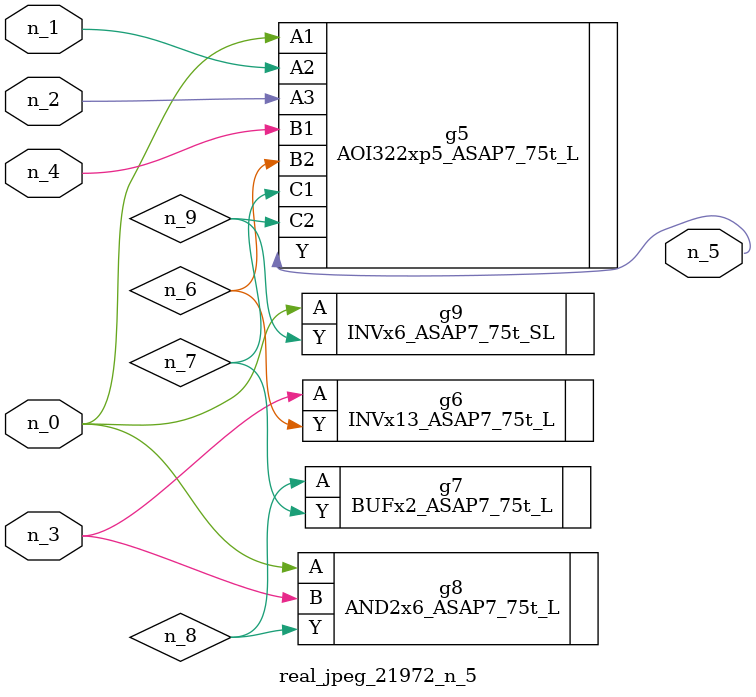
<source format=v>
module real_jpeg_21972_n_5 (n_4, n_0, n_1, n_2, n_3, n_5);

input n_4;
input n_0;
input n_1;
input n_2;
input n_3;

output n_5;

wire n_8;
wire n_6;
wire n_7;
wire n_9;

AOI322xp5_ASAP7_75t_L g5 ( 
.A1(n_0),
.A2(n_1),
.A3(n_2),
.B1(n_4),
.B2(n_6),
.C1(n_7),
.C2(n_9),
.Y(n_5)
);

AND2x6_ASAP7_75t_L g8 ( 
.A(n_0),
.B(n_3),
.Y(n_8)
);

INVx6_ASAP7_75t_SL g9 ( 
.A(n_0),
.Y(n_9)
);

INVx13_ASAP7_75t_L g6 ( 
.A(n_3),
.Y(n_6)
);

BUFx2_ASAP7_75t_L g7 ( 
.A(n_8),
.Y(n_7)
);


endmodule
</source>
